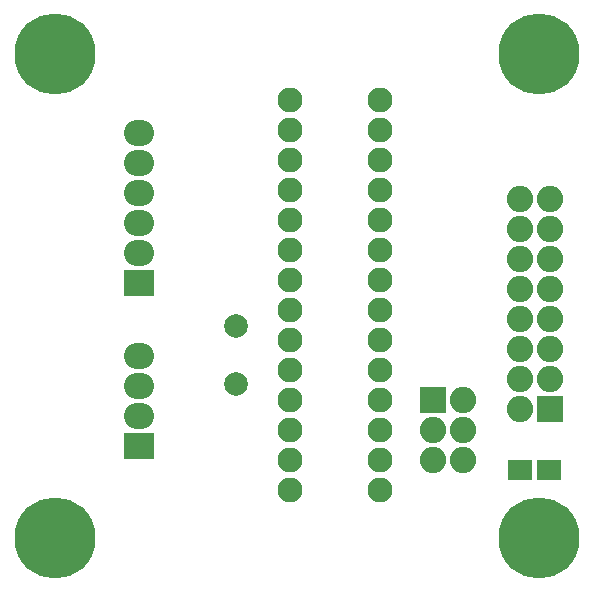
<source format=gts>
G04 #@! TF.FileFunction,Soldermask,Top*
%FSLAX46Y46*%
G04 Gerber Fmt 4.6, Leading zero omitted, Abs format (unit mm)*
G04 Created by KiCad (PCBNEW (after 2015-mar-04 BZR unknown)-product) date 11/11/2016 2:03:54 PM*
%MOMM*%
G01*
G04 APERTURE LIST*
%ADD10C,0.150000*%
%ADD11C,6.858000*%
%ADD12R,2.235200X2.235200*%
%ADD13O,2.235200X2.235200*%
%ADD14O,2.108000X2.108000*%
%ADD15C,2.009140*%
%ADD16R,2.008000X1.758000*%
%ADD17R,2.540000X2.235200*%
%ADD18O,2.540000X2.235200*%
G04 APERTURE END LIST*
D10*
D11*
X200000000Y-125000000D03*
X159000000Y-125000000D03*
X200000000Y-84000000D03*
X159000000Y-84000000D03*
D12*
X200914000Y-114046000D03*
D13*
X198374000Y-114046000D03*
X200914000Y-111506000D03*
X198374000Y-111506000D03*
X200914000Y-108966000D03*
X198374000Y-108966000D03*
X200914000Y-106426000D03*
X198374000Y-106426000D03*
X200914000Y-103886000D03*
X198374000Y-103886000D03*
X200914000Y-101346000D03*
X198374000Y-101346000D03*
X200914000Y-98806000D03*
X198374000Y-98806000D03*
X200914000Y-96266000D03*
X198374000Y-96266000D03*
D14*
X178943000Y-87884000D03*
X178943000Y-90424000D03*
X178943000Y-92964000D03*
X178943000Y-95504000D03*
X178943000Y-98044000D03*
X178943000Y-100584000D03*
X178943000Y-103124000D03*
X178943000Y-105664000D03*
X178943000Y-108204000D03*
X178943000Y-110744000D03*
X178943000Y-113284000D03*
X178943000Y-115824000D03*
X178943000Y-118364000D03*
X178943000Y-120904000D03*
X186563000Y-120904000D03*
X186563000Y-118364000D03*
X186563000Y-115824000D03*
X186563000Y-113284000D03*
X186563000Y-110744000D03*
X186563000Y-108204000D03*
X186563000Y-105664000D03*
X186563000Y-103124000D03*
X186563000Y-100584000D03*
X186563000Y-98044000D03*
X186563000Y-95504000D03*
X186563000Y-92964000D03*
X186563000Y-90424000D03*
X186563000Y-87884000D03*
D15*
X174371000Y-111914940D03*
X174371000Y-107033060D03*
D16*
X198394000Y-119253000D03*
X200894000Y-119253000D03*
D17*
X166116000Y-117221000D03*
D18*
X166116000Y-114681000D03*
X166116000Y-112141000D03*
X166116000Y-109601000D03*
D17*
X166116000Y-103378000D03*
D18*
X166116000Y-100838000D03*
X166116000Y-98298000D03*
X166116000Y-95758000D03*
X166116000Y-93218000D03*
X166116000Y-90678000D03*
D12*
X191008000Y-113284000D03*
D13*
X193548000Y-113284000D03*
X191008000Y-115824000D03*
X193548000Y-115824000D03*
X191008000Y-118364000D03*
X193548000Y-118364000D03*
M02*

</source>
